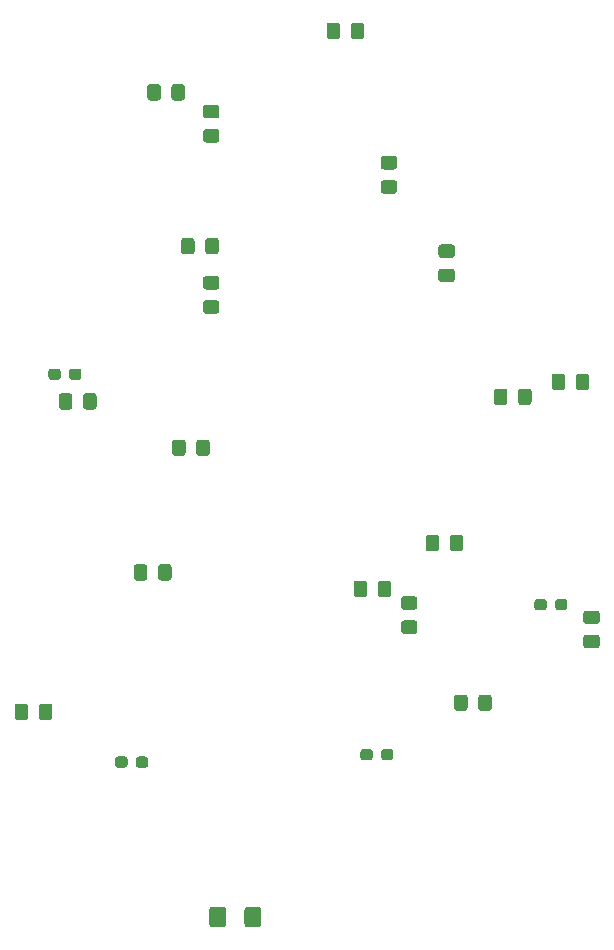
<source format=gbr>
%TF.GenerationSoftware,KiCad,Pcbnew,(5.1.8)-1*%
%TF.CreationDate,2021-11-03T02:04:31+01:00*%
%TF.ProjectId,BaumUnten,4261756d-556e-4746-956e-2e6b69636164,rev?*%
%TF.SameCoordinates,Original*%
%TF.FileFunction,Paste,Top*%
%TF.FilePolarity,Positive*%
%FSLAX46Y46*%
G04 Gerber Fmt 4.6, Leading zero omitted, Abs format (unit mm)*
G04 Created by KiCad (PCBNEW (5.1.8)-1) date 2021-11-03 02:04:31*
%MOMM*%
%LPD*%
G01*
G04 APERTURE LIST*
G04 APERTURE END LIST*
%TO.C,C1*%
G36*
G01*
X95785300Y-144236600D02*
X95785300Y-142986600D01*
G75*
G02*
X96035300Y-142736600I250000J0D01*
G01*
X96960300Y-142736600D01*
G75*
G02*
X97210300Y-142986600I0J-250000D01*
G01*
X97210300Y-144236600D01*
G75*
G02*
X96960300Y-144486600I-250000J0D01*
G01*
X96035300Y-144486600D01*
G75*
G02*
X95785300Y-144236600I0J250000D01*
G01*
G37*
G36*
G01*
X92810300Y-144236600D02*
X92810300Y-142986600D01*
G75*
G02*
X93060300Y-142736600I250000J0D01*
G01*
X93985300Y-142736600D01*
G75*
G02*
X94235300Y-142986600I0J-250000D01*
G01*
X94235300Y-144236600D01*
G75*
G02*
X93985300Y-144486600I-250000J0D01*
G01*
X93060300Y-144486600D01*
G75*
G02*
X92810300Y-144236600I0J250000D01*
G01*
G37*
%TD*%
%TO.C,R10*%
G36*
G01*
X82111000Y-100399001D02*
X82111000Y-99498999D01*
G75*
G02*
X82360999Y-99249000I249999J0D01*
G01*
X83011001Y-99249000D01*
G75*
G02*
X83261000Y-99498999I0J-249999D01*
G01*
X83261000Y-100399001D01*
G75*
G02*
X83011001Y-100649000I-249999J0D01*
G01*
X82360999Y-100649000D01*
G75*
G02*
X82111000Y-100399001I0J249999D01*
G01*
G37*
G36*
G01*
X80061000Y-100399001D02*
X80061000Y-99498999D01*
G75*
G02*
X80310999Y-99249000I249999J0D01*
G01*
X80961001Y-99249000D01*
G75*
G02*
X81211000Y-99498999I0J-249999D01*
G01*
X81211000Y-100399001D01*
G75*
G02*
X80961001Y-100649000I-249999J0D01*
G01*
X80310999Y-100649000D01*
G75*
G02*
X80061000Y-100399001I0J249999D01*
G01*
G37*
%TD*%
%TO.C,R8*%
G36*
G01*
X124708499Y-119712000D02*
X125608501Y-119712000D01*
G75*
G02*
X125858500Y-119961999I0J-249999D01*
G01*
X125858500Y-120612001D01*
G75*
G02*
X125608501Y-120862000I-249999J0D01*
G01*
X124708499Y-120862000D01*
G75*
G02*
X124458500Y-120612001I0J249999D01*
G01*
X124458500Y-119961999D01*
G75*
G02*
X124708499Y-119712000I249999J0D01*
G01*
G37*
G36*
G01*
X124708499Y-117662000D02*
X125608501Y-117662000D01*
G75*
G02*
X125858500Y-117911999I0J-249999D01*
G01*
X125858500Y-118562001D01*
G75*
G02*
X125608501Y-118812000I-249999J0D01*
G01*
X124708499Y-118812000D01*
G75*
G02*
X124458500Y-118562001I0J249999D01*
G01*
X124458500Y-117911999D01*
G75*
G02*
X124708499Y-117662000I249999J0D01*
G01*
G37*
%TD*%
%TO.C,R4*%
G36*
G01*
X92513999Y-91382000D02*
X93414001Y-91382000D01*
G75*
G02*
X93664000Y-91631999I0J-249999D01*
G01*
X93664000Y-92282001D01*
G75*
G02*
X93414001Y-92532000I-249999J0D01*
G01*
X92513999Y-92532000D01*
G75*
G02*
X92264000Y-92282001I0J249999D01*
G01*
X92264000Y-91631999D01*
G75*
G02*
X92513999Y-91382000I249999J0D01*
G01*
G37*
G36*
G01*
X92513999Y-89332000D02*
X93414001Y-89332000D01*
G75*
G02*
X93664000Y-89581999I0J-249999D01*
G01*
X93664000Y-90232001D01*
G75*
G02*
X93414001Y-90482000I-249999J0D01*
G01*
X92513999Y-90482000D01*
G75*
G02*
X92264000Y-90232001I0J249999D01*
G01*
X92264000Y-89581999D01*
G75*
G02*
X92513999Y-89332000I249999J0D01*
G01*
G37*
%TD*%
%TO.C,R3*%
G36*
G01*
X118041000Y-99117999D02*
X118041000Y-100018001D01*
G75*
G02*
X117791001Y-100268000I-249999J0D01*
G01*
X117140999Y-100268000D01*
G75*
G02*
X116891000Y-100018001I0J249999D01*
G01*
X116891000Y-99117999D01*
G75*
G02*
X117140999Y-98868000I249999J0D01*
G01*
X117791001Y-98868000D01*
G75*
G02*
X118041000Y-99117999I0J-249999D01*
G01*
G37*
G36*
G01*
X120091000Y-99117999D02*
X120091000Y-100018001D01*
G75*
G02*
X119841001Y-100268000I-249999J0D01*
G01*
X119190999Y-100268000D01*
G75*
G02*
X118941000Y-100018001I0J249999D01*
G01*
X118941000Y-99117999D01*
G75*
G02*
X119190999Y-98868000I249999J0D01*
G01*
X119841001Y-98868000D01*
G75*
G02*
X120091000Y-99117999I0J-249999D01*
G01*
G37*
%TD*%
%TO.C,R2*%
G36*
G01*
X92513999Y-76895000D02*
X93414001Y-76895000D01*
G75*
G02*
X93664000Y-77144999I0J-249999D01*
G01*
X93664000Y-77795001D01*
G75*
G02*
X93414001Y-78045000I-249999J0D01*
G01*
X92513999Y-78045000D01*
G75*
G02*
X92264000Y-77795001I0J249999D01*
G01*
X92264000Y-77144999D01*
G75*
G02*
X92513999Y-76895000I249999J0D01*
G01*
G37*
G36*
G01*
X92513999Y-74845000D02*
X93414001Y-74845000D01*
G75*
G02*
X93664000Y-75094999I0J-249999D01*
G01*
X93664000Y-75745001D01*
G75*
G02*
X93414001Y-75995000I-249999J0D01*
G01*
X92513999Y-75995000D01*
G75*
G02*
X92264000Y-75745001I0J249999D01*
G01*
X92264000Y-75094999D01*
G75*
G02*
X92513999Y-74845000I249999J0D01*
G01*
G37*
%TD*%
%TO.C,R1*%
G36*
G01*
X109277999Y-118496500D02*
X110178001Y-118496500D01*
G75*
G02*
X110428000Y-118746499I0J-249999D01*
G01*
X110428000Y-119396501D01*
G75*
G02*
X110178001Y-119646500I-249999J0D01*
G01*
X109277999Y-119646500D01*
G75*
G02*
X109028000Y-119396501I0J249999D01*
G01*
X109028000Y-118746499D01*
G75*
G02*
X109277999Y-118496500I249999J0D01*
G01*
G37*
G36*
G01*
X109277999Y-116446500D02*
X110178001Y-116446500D01*
G75*
G02*
X110428000Y-116696499I0J-249999D01*
G01*
X110428000Y-117346501D01*
G75*
G02*
X110178001Y-117596500I-249999J0D01*
G01*
X109277999Y-117596500D01*
G75*
G02*
X109028000Y-117346501I0J249999D01*
G01*
X109028000Y-116696499D01*
G75*
G02*
X109277999Y-116446500I249999J0D01*
G01*
G37*
%TD*%
%TO.C,DY8*%
G36*
G01*
X89604000Y-74237001D02*
X89604000Y-73336999D01*
G75*
G02*
X89853999Y-73087000I249999J0D01*
G01*
X90504001Y-73087000D01*
G75*
G02*
X90754000Y-73336999I0J-249999D01*
G01*
X90754000Y-74237001D01*
G75*
G02*
X90504001Y-74487000I-249999J0D01*
G01*
X89853999Y-74487000D01*
G75*
G02*
X89604000Y-74237001I0J249999D01*
G01*
G37*
G36*
G01*
X87554000Y-74237001D02*
X87554000Y-73336999D01*
G75*
G02*
X87803999Y-73087000I249999J0D01*
G01*
X88454001Y-73087000D01*
G75*
G02*
X88704000Y-73336999I0J-249999D01*
G01*
X88704000Y-74237001D01*
G75*
G02*
X88454001Y-74487000I-249999J0D01*
G01*
X87803999Y-74487000D01*
G75*
G02*
X87554000Y-74237001I0J249999D01*
G01*
G37*
%TD*%
%TO.C,DY7*%
G36*
G01*
X103880500Y-68129999D02*
X103880500Y-69030001D01*
G75*
G02*
X103630501Y-69280000I-249999J0D01*
G01*
X102980499Y-69280000D01*
G75*
G02*
X102730500Y-69030001I0J249999D01*
G01*
X102730500Y-68129999D01*
G75*
G02*
X102980499Y-67880000I249999J0D01*
G01*
X103630501Y-67880000D01*
G75*
G02*
X103880500Y-68129999I0J-249999D01*
G01*
G37*
G36*
G01*
X105930500Y-68129999D02*
X105930500Y-69030001D01*
G75*
G02*
X105680501Y-69280000I-249999J0D01*
G01*
X105030499Y-69280000D01*
G75*
G02*
X104780500Y-69030001I0J249999D01*
G01*
X104780500Y-68129999D01*
G75*
G02*
X105030499Y-67880000I249999J0D01*
G01*
X105680501Y-67880000D01*
G75*
G02*
X105930500Y-68129999I0J-249999D01*
G01*
G37*
%TD*%
%TO.C,DY4*%
G36*
G01*
X106166500Y-115373999D02*
X106166500Y-116274001D01*
G75*
G02*
X105916501Y-116524000I-249999J0D01*
G01*
X105266499Y-116524000D01*
G75*
G02*
X105016500Y-116274001I0J249999D01*
G01*
X105016500Y-115373999D01*
G75*
G02*
X105266499Y-115124000I249999J0D01*
G01*
X105916501Y-115124000D01*
G75*
G02*
X106166500Y-115373999I0J-249999D01*
G01*
G37*
G36*
G01*
X108216500Y-115373999D02*
X108216500Y-116274001D01*
G75*
G02*
X107966501Y-116524000I-249999J0D01*
G01*
X107316499Y-116524000D01*
G75*
G02*
X107066500Y-116274001I0J249999D01*
G01*
X107066500Y-115373999D01*
G75*
G02*
X107316499Y-115124000I249999J0D01*
G01*
X107966501Y-115124000D01*
G75*
G02*
X108216500Y-115373999I0J-249999D01*
G01*
G37*
%TD*%
%TO.C,DY3*%
G36*
G01*
X108463501Y-80322000D02*
X107563499Y-80322000D01*
G75*
G02*
X107313500Y-80072001I0J249999D01*
G01*
X107313500Y-79421999D01*
G75*
G02*
X107563499Y-79172000I249999J0D01*
G01*
X108463501Y-79172000D01*
G75*
G02*
X108713500Y-79421999I0J-249999D01*
G01*
X108713500Y-80072001D01*
G75*
G02*
X108463501Y-80322000I-249999J0D01*
G01*
G37*
G36*
G01*
X108463501Y-82372000D02*
X107563499Y-82372000D01*
G75*
G02*
X107313500Y-82122001I0J249999D01*
G01*
X107313500Y-81471999D01*
G75*
G02*
X107563499Y-81222000I249999J0D01*
G01*
X108463501Y-81222000D01*
G75*
G02*
X108713500Y-81471999I0J-249999D01*
G01*
X108713500Y-82122001D01*
G75*
G02*
X108463501Y-82372000I-249999J0D01*
G01*
G37*
%TD*%
%TO.C,DR8*%
G36*
G01*
X91561500Y-86354499D02*
X91561500Y-87254501D01*
G75*
G02*
X91311501Y-87504500I-249999J0D01*
G01*
X90661499Y-87504500D01*
G75*
G02*
X90411500Y-87254501I0J249999D01*
G01*
X90411500Y-86354499D01*
G75*
G02*
X90661499Y-86104500I249999J0D01*
G01*
X91311501Y-86104500D01*
G75*
G02*
X91561500Y-86354499I0J-249999D01*
G01*
G37*
G36*
G01*
X93611500Y-86354499D02*
X93611500Y-87254501D01*
G75*
G02*
X93361501Y-87504500I-249999J0D01*
G01*
X92711499Y-87504500D01*
G75*
G02*
X92461500Y-87254501I0J249999D01*
G01*
X92461500Y-86354499D01*
G75*
G02*
X92711499Y-86104500I249999J0D01*
G01*
X93361501Y-86104500D01*
G75*
G02*
X93611500Y-86354499I0J-249999D01*
G01*
G37*
%TD*%
%TO.C,DR5*%
G36*
G01*
X115575500Y-125926001D02*
X115575500Y-125025999D01*
G75*
G02*
X115825499Y-124776000I249999J0D01*
G01*
X116475501Y-124776000D01*
G75*
G02*
X116725500Y-125025999I0J-249999D01*
G01*
X116725500Y-125926001D01*
G75*
G02*
X116475501Y-126176000I-249999J0D01*
G01*
X115825499Y-126176000D01*
G75*
G02*
X115575500Y-125926001I0J249999D01*
G01*
G37*
G36*
G01*
X113525500Y-125926001D02*
X113525500Y-125025999D01*
G75*
G02*
X113775499Y-124776000I249999J0D01*
G01*
X114425501Y-124776000D01*
G75*
G02*
X114675500Y-125025999I0J-249999D01*
G01*
X114675500Y-125926001D01*
G75*
G02*
X114425501Y-126176000I-249999J0D01*
G01*
X113775499Y-126176000D01*
G75*
G02*
X113525500Y-125926001I0J249999D01*
G01*
G37*
%TD*%
%TO.C,DR4*%
G36*
G01*
X123830500Y-98748001D02*
X123830500Y-97847999D01*
G75*
G02*
X124080499Y-97598000I249999J0D01*
G01*
X124730501Y-97598000D01*
G75*
G02*
X124980500Y-97847999I0J-249999D01*
G01*
X124980500Y-98748001D01*
G75*
G02*
X124730501Y-98998000I-249999J0D01*
G01*
X124080499Y-98998000D01*
G75*
G02*
X123830500Y-98748001I0J249999D01*
G01*
G37*
G36*
G01*
X121780500Y-98748001D02*
X121780500Y-97847999D01*
G75*
G02*
X122030499Y-97598000I249999J0D01*
G01*
X122680501Y-97598000D01*
G75*
G02*
X122930500Y-97847999I0J-249999D01*
G01*
X122930500Y-98748001D01*
G75*
G02*
X122680501Y-98998000I-249999J0D01*
G01*
X122030499Y-98998000D01*
G75*
G02*
X121780500Y-98748001I0J249999D01*
G01*
G37*
%TD*%
%TO.C,DR1*%
G36*
G01*
X87561000Y-113976999D02*
X87561000Y-114877001D01*
G75*
G02*
X87311001Y-115127000I-249999J0D01*
G01*
X86660999Y-115127000D01*
G75*
G02*
X86411000Y-114877001I0J249999D01*
G01*
X86411000Y-113976999D01*
G75*
G02*
X86660999Y-113727000I249999J0D01*
G01*
X87311001Y-113727000D01*
G75*
G02*
X87561000Y-113976999I0J-249999D01*
G01*
G37*
G36*
G01*
X89611000Y-113976999D02*
X89611000Y-114877001D01*
G75*
G02*
X89361001Y-115127000I-249999J0D01*
G01*
X88710999Y-115127000D01*
G75*
G02*
X88461000Y-114877001I0J249999D01*
G01*
X88461000Y-113976999D01*
G75*
G02*
X88710999Y-113727000I249999J0D01*
G01*
X89361001Y-113727000D01*
G75*
G02*
X89611000Y-113976999I0J-249999D01*
G01*
G37*
%TD*%
%TO.C,DG6*%
G36*
G01*
X112452999Y-88715000D02*
X113353001Y-88715000D01*
G75*
G02*
X113603000Y-88964999I0J-249999D01*
G01*
X113603000Y-89615001D01*
G75*
G02*
X113353001Y-89865000I-249999J0D01*
G01*
X112452999Y-89865000D01*
G75*
G02*
X112203000Y-89615001I0J249999D01*
G01*
X112203000Y-88964999D01*
G75*
G02*
X112452999Y-88715000I249999J0D01*
G01*
G37*
G36*
G01*
X112452999Y-86665000D02*
X113353001Y-86665000D01*
G75*
G02*
X113603000Y-86914999I0J-249999D01*
G01*
X113603000Y-87565001D01*
G75*
G02*
X113353001Y-87815000I-249999J0D01*
G01*
X112452999Y-87815000D01*
G75*
G02*
X112203000Y-87565001I0J249999D01*
G01*
X112203000Y-86914999D01*
G75*
G02*
X112452999Y-86665000I249999J0D01*
G01*
G37*
%TD*%
%TO.C,DG5*%
G36*
G01*
X113162500Y-112400501D02*
X113162500Y-111500499D01*
G75*
G02*
X113412499Y-111250500I249999J0D01*
G01*
X114062501Y-111250500D01*
G75*
G02*
X114312500Y-111500499I0J-249999D01*
G01*
X114312500Y-112400501D01*
G75*
G02*
X114062501Y-112650500I-249999J0D01*
G01*
X113412499Y-112650500D01*
G75*
G02*
X113162500Y-112400501I0J249999D01*
G01*
G37*
G36*
G01*
X111112500Y-112400501D02*
X111112500Y-111500499D01*
G75*
G02*
X111362499Y-111250500I249999J0D01*
G01*
X112012501Y-111250500D01*
G75*
G02*
X112262500Y-111500499I0J-249999D01*
G01*
X112262500Y-112400501D01*
G75*
G02*
X112012501Y-112650500I-249999J0D01*
G01*
X111362499Y-112650500D01*
G75*
G02*
X111112500Y-112400501I0J249999D01*
G01*
G37*
%TD*%
%TO.C,DG2*%
G36*
G01*
X90799500Y-103435999D02*
X90799500Y-104336001D01*
G75*
G02*
X90549501Y-104586000I-249999J0D01*
G01*
X89899499Y-104586000D01*
G75*
G02*
X89649500Y-104336001I0J249999D01*
G01*
X89649500Y-103435999D01*
G75*
G02*
X89899499Y-103186000I249999J0D01*
G01*
X90549501Y-103186000D01*
G75*
G02*
X90799500Y-103435999I0J-249999D01*
G01*
G37*
G36*
G01*
X92849500Y-103435999D02*
X92849500Y-104336001D01*
G75*
G02*
X92599501Y-104586000I-249999J0D01*
G01*
X91949499Y-104586000D01*
G75*
G02*
X91699500Y-104336001I0J249999D01*
G01*
X91699500Y-103435999D01*
G75*
G02*
X91949499Y-103186000I249999J0D01*
G01*
X92599501Y-103186000D01*
G75*
G02*
X92849500Y-103435999I0J-249999D01*
G01*
G37*
%TD*%
%TO.C,DG1*%
G36*
G01*
X78373500Y-126688001D02*
X78373500Y-125787999D01*
G75*
G02*
X78623499Y-125538000I249999J0D01*
G01*
X79273501Y-125538000D01*
G75*
G02*
X79523500Y-125787999I0J-249999D01*
G01*
X79523500Y-126688001D01*
G75*
G02*
X79273501Y-126938000I-249999J0D01*
G01*
X78623499Y-126938000D01*
G75*
G02*
X78373500Y-126688001I0J249999D01*
G01*
G37*
G36*
G01*
X76323500Y-126688001D02*
X76323500Y-125787999D01*
G75*
G02*
X76573499Y-125538000I249999J0D01*
G01*
X77223501Y-125538000D01*
G75*
G02*
X77473500Y-125787999I0J-249999D01*
G01*
X77473500Y-126688001D01*
G75*
G02*
X77223501Y-126938000I-249999J0D01*
G01*
X76573499Y-126938000D01*
G75*
G02*
X76323500Y-126688001I0J249999D01*
G01*
G37*
%TD*%
%TO.C,DB8*%
G36*
G01*
X80931500Y-97900500D02*
X80931500Y-97425500D01*
G75*
G02*
X81169000Y-97188000I237500J0D01*
G01*
X81744000Y-97188000D01*
G75*
G02*
X81981500Y-97425500I0J-237500D01*
G01*
X81981500Y-97900500D01*
G75*
G02*
X81744000Y-98138000I-237500J0D01*
G01*
X81169000Y-98138000D01*
G75*
G02*
X80931500Y-97900500I0J237500D01*
G01*
G37*
G36*
G01*
X79181500Y-97900500D02*
X79181500Y-97425500D01*
G75*
G02*
X79419000Y-97188000I237500J0D01*
G01*
X79994000Y-97188000D01*
G75*
G02*
X80231500Y-97425500I0J-237500D01*
G01*
X80231500Y-97900500D01*
G75*
G02*
X79994000Y-98138000I-237500J0D01*
G01*
X79419000Y-98138000D01*
G75*
G02*
X79181500Y-97900500I0J237500D01*
G01*
G37*
%TD*%
%TO.C,DB7*%
G36*
G01*
X107347500Y-130095000D02*
X107347500Y-129620000D01*
G75*
G02*
X107585000Y-129382500I237500J0D01*
G01*
X108160000Y-129382500D01*
G75*
G02*
X108397500Y-129620000I0J-237500D01*
G01*
X108397500Y-130095000D01*
G75*
G02*
X108160000Y-130332500I-237500J0D01*
G01*
X107585000Y-130332500D01*
G75*
G02*
X107347500Y-130095000I0J237500D01*
G01*
G37*
G36*
G01*
X105597500Y-130095000D02*
X105597500Y-129620000D01*
G75*
G02*
X105835000Y-129382500I237500J0D01*
G01*
X106410000Y-129382500D01*
G75*
G02*
X106647500Y-129620000I0J-237500D01*
G01*
X106647500Y-130095000D01*
G75*
G02*
X106410000Y-130332500I-237500J0D01*
G01*
X105835000Y-130332500D01*
G75*
G02*
X105597500Y-130095000I0J237500D01*
G01*
G37*
%TD*%
%TO.C,DB4*%
G36*
G01*
X121379500Y-116920000D02*
X121379500Y-117395000D01*
G75*
G02*
X121142000Y-117632500I-237500J0D01*
G01*
X120567000Y-117632500D01*
G75*
G02*
X120329500Y-117395000I0J237500D01*
G01*
X120329500Y-116920000D01*
G75*
G02*
X120567000Y-116682500I237500J0D01*
G01*
X121142000Y-116682500D01*
G75*
G02*
X121379500Y-116920000I0J-237500D01*
G01*
G37*
G36*
G01*
X123129500Y-116920000D02*
X123129500Y-117395000D01*
G75*
G02*
X122892000Y-117632500I-237500J0D01*
G01*
X122317000Y-117632500D01*
G75*
G02*
X122079500Y-117395000I0J237500D01*
G01*
X122079500Y-116920000D01*
G75*
G02*
X122317000Y-116682500I237500J0D01*
G01*
X122892000Y-116682500D01*
G75*
G02*
X123129500Y-116920000I0J-237500D01*
G01*
G37*
%TD*%
%TO.C,DB3*%
G36*
G01*
X86583000Y-130730000D02*
X86583000Y-130255000D01*
G75*
G02*
X86820500Y-130017500I237500J0D01*
G01*
X87395500Y-130017500D01*
G75*
G02*
X87633000Y-130255000I0J-237500D01*
G01*
X87633000Y-130730000D01*
G75*
G02*
X87395500Y-130967500I-237500J0D01*
G01*
X86820500Y-130967500D01*
G75*
G02*
X86583000Y-130730000I0J237500D01*
G01*
G37*
G36*
G01*
X84833000Y-130730000D02*
X84833000Y-130255000D01*
G75*
G02*
X85070500Y-130017500I237500J0D01*
G01*
X85645500Y-130017500D01*
G75*
G02*
X85883000Y-130255000I0J-237500D01*
G01*
X85883000Y-130730000D01*
G75*
G02*
X85645500Y-130967500I-237500J0D01*
G01*
X85070500Y-130967500D01*
G75*
G02*
X84833000Y-130730000I0J237500D01*
G01*
G37*
%TD*%
M02*

</source>
